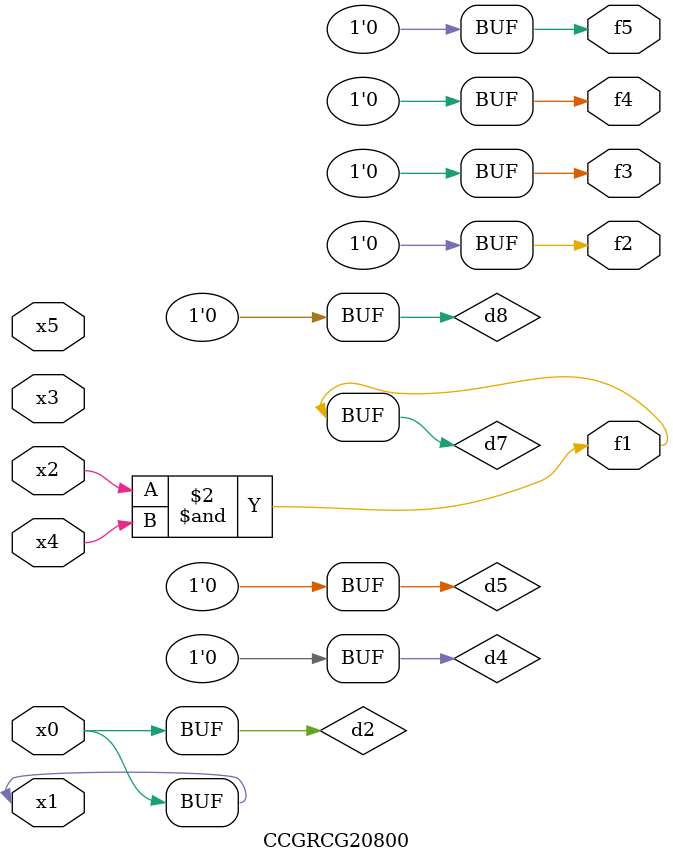
<source format=v>
module CCGRCG20800(
	input x0, x1, x2, x3, x4, x5,
	output f1, f2, f3, f4, f5
);

	wire d1, d2, d3, d4, d5, d6, d7, d8, d9;

	nand (d1, x1);
	buf (d2, x0, x1);
	nand (d3, x2, x4);
	and (d4, d1, d2);
	and (d5, d1, d2);
	nand (d6, d1, d3);
	not (d7, d3);
	xor (d8, d5);
	nor (d9, d5, d6);
	assign f1 = d7;
	assign f2 = d8;
	assign f3 = d8;
	assign f4 = d8;
	assign f5 = d8;
endmodule

</source>
